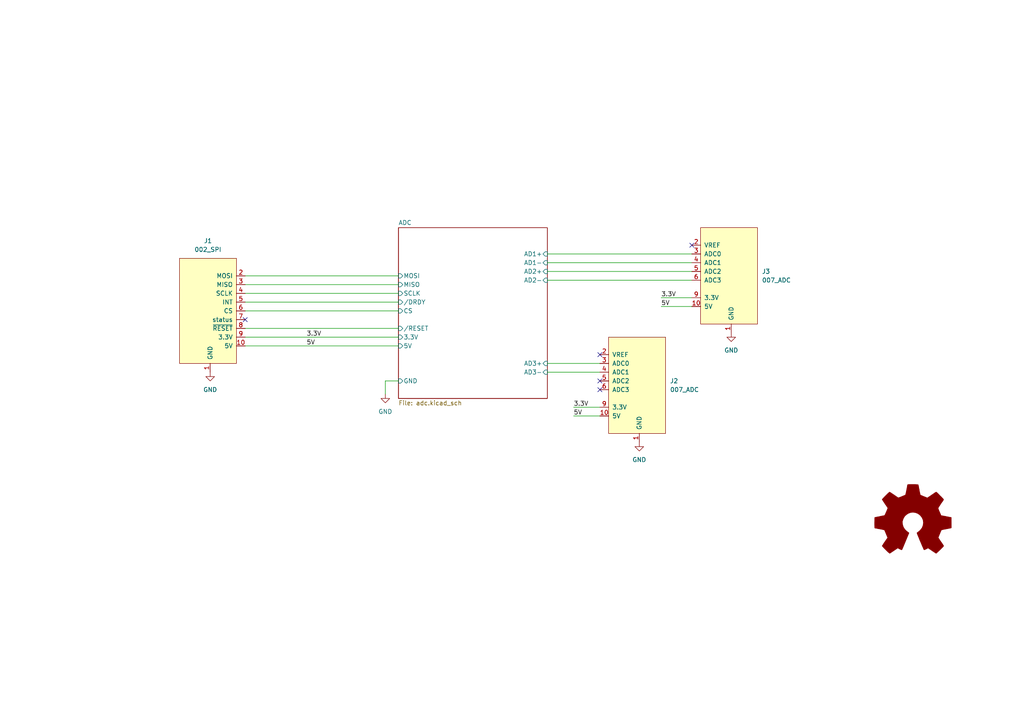
<source format=kicad_sch>
(kicad_sch (version 20211123) (generator eeschema)

  (uuid 29256b3d-9450-4c0a-a4d4-911f04b9c140)

  (paper "A4")

  (lib_symbols
    (symbol "Graphic:Logo_Open_Hardware_Large" (pin_names (offset 1.016)) (in_bom yes) (on_board yes)
      (property "Reference" "#LOGO" (id 0) (at 0 12.7 0)
        (effects (font (size 1.27 1.27)) hide)
      )
      (property "Value" "Logo_Open_Hardware_Large" (id 1) (at 0 -10.16 0)
        (effects (font (size 1.27 1.27)) hide)
      )
      (property "Footprint" "" (id 2) (at 0 0 0)
        (effects (font (size 1.27 1.27)) hide)
      )
      (property "Datasheet" "~" (id 3) (at 0 0 0)
        (effects (font (size 1.27 1.27)) hide)
      )
      (property "ki_keywords" "Logo" (id 4) (at 0 0 0)
        (effects (font (size 1.27 1.27)) hide)
      )
      (property "ki_description" "Open Hardware logo, large" (id 5) (at 0 0 0)
        (effects (font (size 1.27 1.27)) hide)
      )
      (symbol "Logo_Open_Hardware_Large_1_1"
        (polyline
          (pts
            (xy 6.731 -8.7122)
            (xy 6.6294 -8.6614)
            (xy 6.35 -8.4836)
            (xy 5.9944 -8.255)
            (xy 5.5372 -7.9502)
            (xy 5.1054 -7.6454)
            (xy 4.7498 -7.4168)
            (xy 4.4958 -7.239)
            (xy 4.3942 -7.1882)
            (xy 4.318 -7.2136)
            (xy 4.1148 -7.3152)
            (xy 3.81 -7.4676)
            (xy 3.6322 -7.5692)
            (xy 3.3528 -7.6708)
            (xy 3.2258 -7.6962)
            (xy 3.2004 -7.6708)
            (xy 3.0988 -7.4676)
            (xy 2.9464 -7.0866)
            (xy 2.7178 -6.604)
            (xy 2.4892 -6.0452)
            (xy 2.2352 -5.4356)
            (xy 1.9558 -4.826)
            (xy 1.7272 -4.2164)
            (xy 1.4986 -3.683)
            (xy 1.3208 -3.2512)
            (xy 1.2192 -2.9464)
            (xy 1.1684 -2.8194)
            (xy 1.1938 -2.794)
            (xy 1.3208 -2.667)
            (xy 1.5748 -2.4892)
            (xy 2.0828 -2.0574)
            (xy 2.6162 -1.397)
            (xy 2.921 -0.6604)
            (xy 3.048 0.1524)
            (xy 2.9464 0.9144)
            (xy 2.6416 1.6256)
            (xy 2.1336 2.286)
            (xy 1.524 2.7686)
            (xy 0.8128 3.0734)
            (xy 0 3.175)
            (xy -0.762 3.0988)
            (xy -1.4986 2.794)
            (xy -2.159 2.286)
            (xy -2.4384 1.9812)
            (xy -2.8194 1.3208)
            (xy -3.048 0.6096)
            (xy -3.0734 0.4318)
            (xy -3.0226 -0.3556)
            (xy -2.794 -1.0922)
            (xy -2.3876 -1.7526)
            (xy -1.8288 -2.3114)
            (xy -1.7526 -2.3622)
            (xy -1.4732 -2.5654)
            (xy -1.2954 -2.6924)
            (xy -1.1684 -2.8194)
            (xy -2.159 -5.207)
            (xy -2.3114 -5.588)
            (xy -2.5908 -6.2484)
            (xy -2.8194 -6.8072)
            (xy -3.0226 -7.2644)
            (xy -3.1496 -7.5692)
            (xy -3.2258 -7.6708)
            (xy -3.2258 -7.6962)
            (xy -3.302 -7.6962)
            (xy -3.4798 -7.6454)
            (xy -3.8354 -7.4676)
            (xy -4.0386 -7.366)
            (xy -4.2926 -7.239)
            (xy -4.4196 -7.1882)
            (xy -4.5212 -7.239)
            (xy -4.7498 -7.3914)
            (xy -5.1054 -7.6454)
            (xy -5.5372 -7.9248)
            (xy -5.9436 -8.2042)
            (xy -6.3246 -8.4582)
            (xy -6.604 -8.636)
            (xy -6.731 -8.7122)
            (xy -6.7564 -8.7122)
            (xy -6.858 -8.636)
            (xy -7.0866 -8.4582)
            (xy -7.4168 -8.1534)
            (xy -7.874 -7.6962)
            (xy -7.9502 -7.62)
            (xy -8.3312 -7.239)
            (xy -8.636 -6.9088)
            (xy -8.8392 -6.6802)
            (xy -8.9154 -6.5786)
            (xy -8.9154 -6.5786)
            (xy -8.8392 -6.4516)
            (xy -8.6614 -6.1722)
            (xy -8.4328 -5.7912)
            (xy -8.128 -5.3594)
            (xy -7.3152 -4.191)
            (xy -7.7724 -3.0988)
            (xy -7.8994 -2.7686)
            (xy -8.0772 -2.3622)
            (xy -8.2042 -2.0828)
            (xy -8.255 -1.9558)
            (xy -8.382 -1.905)
            (xy -8.6614 -1.8542)
            (xy -9.0932 -1.7526)
            (xy -9.6266 -1.651)
            (xy -10.1092 -1.5748)
            (xy -10.541 -1.4732)
            (xy -10.8712 -1.4224)
            (xy -11.0236 -1.397)
            (xy -11.049 -1.3716)
            (xy -11.0744 -1.2954)
            (xy -11.0998 -1.143)
            (xy -11.0998 -0.889)
            (xy -11.1252 -0.4572)
            (xy -11.1252 0.1524)
            (xy -11.1252 0.2286)
            (xy -11.0998 0.8128)
            (xy -11.0998 1.27)
            (xy -11.0744 1.5494)
            (xy -11.0744 1.6764)
            (xy -11.0744 1.6764)
            (xy -10.922 1.7018)
            (xy -10.6172 1.778)
            (xy -10.16 1.8542)
            (xy -9.652 1.9558)
            (xy -9.6012 1.9812)
            (xy -9.0932 2.0828)
            (xy -8.636 2.159)
            (xy -8.3312 2.2352)
            (xy -8.2042 2.286)
            (xy -8.1788 2.3114)
            (xy -8.0772 2.5146)
            (xy -7.9248 2.8448)
            (xy -7.747 3.2512)
            (xy -7.5692 3.6576)
            (xy -7.4168 4.0386)
            (xy -7.3152 4.318)
            (xy -7.2898 4.445)
            (xy -7.2898 4.445)
            (xy -7.366 4.572)
            (xy -7.5438 4.826)
            (xy -7.7978 5.207)
            (xy -8.128 5.6642)
            (xy -8.128 5.6896)
            (xy -8.4328 6.1468)
            (xy -8.6868 6.5278)
            (xy -8.8392 6.7818)
            (xy -8.9154 6.9088)
            (xy -8.9154 6.9088)
            (xy -8.8138 7.0358)
            (xy -8.5852 7.2898)
            (xy -8.255 7.6454)
            (xy -7.874 8.0264)
            (xy -7.747 8.1534)
            (xy -7.3152 8.5852)
            (xy -7.0104 8.8646)
            (xy -6.8326 8.9916)
            (xy -6.731 9.0424)
            (xy -6.731 9.0424)
            (xy -6.604 8.9408)
            (xy -6.3246 8.763)
            (xy -5.9436 8.509)
            (xy -5.4864 8.2042)
            (xy -5.461 8.1788)
            (xy -5.0038 7.874)
            (xy -4.6482 7.62)
            (xy -4.3688 7.4422)
            (xy -4.2672 7.3914)
            (xy -4.2418 7.3914)
            (xy -4.064 7.4422)
            (xy -3.7338 7.5438)
            (xy -3.3528 7.6962)
            (xy -2.9464 7.874)
            (xy -2.5654 8.0264)
            (xy -2.286 8.1534)
            (xy -2.159 8.2296)
            (xy -2.159 8.2296)
            (xy -2.1082 8.382)
            (xy -2.032 8.7122)
            (xy -1.9304 9.1694)
            (xy -1.8288 9.7282)
            (xy -1.8034 9.8044)
            (xy -1.7018 10.3378)
            (xy -1.6256 10.7696)
            (xy -1.5748 11.0744)
            (xy -1.524 11.2014)
            (xy -1.4478 11.2268)
            (xy -1.1938 11.2522)
            (xy -0.8128 11.2522)
            (xy -0.3302 11.2522)
            (xy 0.1524 11.2522)
            (xy 0.6604 11.2522)
            (xy 1.0668 11.2268)
            (xy 1.3716 11.2014)
            (xy 1.4986 11.176)
            (xy 1.4986 11.176)
            (xy 1.5494 11.0236)
            (xy 1.6256 10.6934)
            (xy 1.7018 10.2108)
            (xy 1.8288 9.6774)
            (xy 1.8288 9.5758)
            (xy 1.9304 9.0424)
            (xy 2.032 8.6106)
            (xy 2.0828 8.3058)
            (xy 2.1336 8.2042)
            (xy 2.159 8.1788)
            (xy 2.3876 8.0772)
            (xy 2.7432 7.9248)
            (xy 3.175 7.747)
            (xy 4.191 7.3406)
            (xy 5.461 8.2042)
            (xy 5.5626 8.2804)
            (xy 6.0198 8.5852)
            (xy 6.3754 8.8392)
            (xy 6.6294 8.9916)
            (xy 6.7564 9.0424)
            (xy 6.7564 9.0424)
            (xy 6.8834 8.9408)
            (xy 7.1374 8.7122)
            (xy 7.4676 8.382)
            (xy 7.8486 7.9756)
            (xy 8.1534 7.6962)
            (xy 8.4836 7.3406)
            (xy 8.7122 7.112)
            (xy 8.8392 6.9596)
            (xy 8.8646 6.858)
            (xy 8.8646 6.8072)
            (xy 8.7884 6.6802)
            (xy 8.6106 6.4008)
            (xy 8.3312 6.0198)
            (xy 8.0264 5.588)
            (xy 7.7978 5.207)
            (xy 7.5184 4.8006)
            (xy 7.3406 4.4958)
            (xy 7.2898 4.3434)
            (xy 7.2898 4.2926)
            (xy 7.3914 4.0386)
            (xy 7.5184 3.683)
            (xy 7.7216 3.2258)
            (xy 8.1534 2.2352)
            (xy 8.7884 2.1082)
            (xy 9.1948 2.0574)
            (xy 9.7536 1.9304)
            (xy 10.2616 1.8288)
            (xy 11.0998 1.6764)
            (xy 11.1252 -1.3208)
            (xy 10.9982 -1.3716)
            (xy 10.8712 -1.397)
            (xy 10.5664 -1.4732)
            (xy 10.1346 -1.5494)
            (xy 9.6266 -1.651)
            (xy 9.1948 -1.7272)
            (xy 8.7376 -1.8288)
            (xy 8.4328 -1.8796)
            (xy 8.2804 -1.905)
            (xy 8.255 -1.9558)
            (xy 8.1534 -2.159)
            (xy 7.9756 -2.5146)
            (xy 7.8232 -2.921)
            (xy 7.6454 -3.3274)
            (xy 7.493 -3.7338)
            (xy 7.366 -4.0132)
            (xy 7.3406 -4.191)
            (xy 7.3914 -4.2926)
            (xy 7.5692 -4.5466)
            (xy 7.7978 -4.9276)
            (xy 8.1026 -5.3594)
            (xy 8.4074 -5.7912)
            (xy 8.6614 -6.1722)
            (xy 8.8138 -6.4262)
            (xy 8.89 -6.5532)
            (xy 8.8646 -6.6548)
            (xy 8.6868 -6.858)
            (xy 8.3566 -7.1882)
            (xy 7.874 -7.6708)
            (xy 7.7978 -7.747)
            (xy 7.3914 -8.128)
            (xy 7.0612 -8.4328)
            (xy 6.8326 -8.636)
            (xy 6.731 -8.7122)
          )
          (stroke (width 0) (type default) (color 0 0 0 0))
          (fill (type outline))
        )
      )
    )
    (symbol "power:GND" (power) (pin_names (offset 0)) (in_bom yes) (on_board yes)
      (property "Reference" "#PWR" (id 0) (at 0 -6.35 0)
        (effects (font (size 1.27 1.27)) hide)
      )
      (property "Value" "GND" (id 1) (at 0 -3.81 0)
        (effects (font (size 1.27 1.27)))
      )
      (property "Footprint" "" (id 2) (at 0 0 0)
        (effects (font (size 1.27 1.27)) hide)
      )
      (property "Datasheet" "" (id 3) (at 0 0 0)
        (effects (font (size 1.27 1.27)) hide)
      )
      (property "ki_keywords" "power-flag" (id 4) (at 0 0 0)
        (effects (font (size 1.27 1.27)) hide)
      )
      (property "ki_description" "Power symbol creates a global label with name \"GND\" , ground" (id 5) (at 0 0 0)
        (effects (font (size 1.27 1.27)) hide)
      )
      (symbol "GND_0_1"
        (polyline
          (pts
            (xy 0 0)
            (xy 0 -1.27)
            (xy 1.27 -1.27)
            (xy 0 -2.54)
            (xy -1.27 -1.27)
            (xy 0 -1.27)
          )
          (stroke (width 0) (type default) (color 0 0 0 0))
          (fill (type none))
        )
      )
      (symbol "GND_1_1"
        (pin power_in line (at 0 0 270) (length 0) hide
          (name "GND" (effects (font (size 1.27 1.27))))
          (number "1" (effects (font (size 1.27 1.27))))
        )
      )
    )
    (symbol "put_on_edge:002_SPI" (pin_names (offset 1.016)) (in_bom yes) (on_board yes)
      (property "Reference" "J" (id 0) (at -1.27 13.97 0)
        (effects (font (size 1.27 1.27)))
      )
      (property "Value" "002_SPI" (id 1) (at 10.16 13.97 0)
        (effects (font (size 1.27 1.27)))
      )
      (property "Footprint" "" (id 2) (at 8.89 16.51 0)
        (effects (font (size 1.27 1.27)) hide)
      )
      (property "Datasheet" "" (id 3) (at 8.89 16.51 0)
        (effects (font (size 1.27 1.27)) hide)
      )
      (symbol "002_SPI_0_1"
        (rectangle (start -7.62 12.7) (end 8.89 -17.78)
          (stroke (width 0) (type default) (color 0 0 0 0))
          (fill (type background))
        )
      )
      (symbol "002_SPI_1_1"
        (pin power_in line (at 0 -20.32 90) (length 2.54)
          (name "GND" (effects (font (size 1.27 1.27))))
          (number "1" (effects (font (size 1.27 1.27))))
        )
        (pin power_in line (at -10.16 -12.7 0) (length 2.54)
          (name "5V" (effects (font (size 1.27 1.27))))
          (number "10" (effects (font (size 1.27 1.27))))
        )
        (pin bidirectional line (at -10.16 7.62 0) (length 2.54)
          (name "MOSI" (effects (font (size 1.27 1.27))))
          (number "2" (effects (font (size 1.27 1.27))))
        )
        (pin bidirectional line (at -10.16 5.08 0) (length 2.54)
          (name "MISO" (effects (font (size 1.27 1.27))))
          (number "3" (effects (font (size 1.27 1.27))))
        )
        (pin bidirectional line (at -10.16 2.54 0) (length 2.54)
          (name "SCLK" (effects (font (size 1.27 1.27))))
          (number "4" (effects (font (size 1.27 1.27))))
        )
        (pin bidirectional line (at -10.16 0 0) (length 2.54)
          (name "INT" (effects (font (size 1.27 1.27))))
          (number "5" (effects (font (size 1.27 1.27))))
        )
        (pin bidirectional line (at -10.16 -2.54 0) (length 2.54)
          (name "CS" (effects (font (size 1.27 1.27))))
          (number "6" (effects (font (size 1.27 1.27))))
        )
        (pin bidirectional line (at -10.16 -5.08 0) (length 2.54)
          (name "status" (effects (font (size 1.27 1.27))))
          (number "7" (effects (font (size 1.27 1.27))))
        )
        (pin bidirectional line (at -10.16 -7.62 0) (length 2.54)
          (name "~{RESET}" (effects (font (size 1.27 1.27))))
          (number "8" (effects (font (size 1.27 1.27))))
        )
        (pin power_in line (at -10.16 -10.16 0) (length 2.54)
          (name "3.3V" (effects (font (size 1.27 1.27))))
          (number "9" (effects (font (size 1.27 1.27))))
        )
      )
    )
    (symbol "put_on_edge:007_ADC" (pin_names (offset 1.016)) (in_bom yes) (on_board yes)
      (property "Reference" "J" (id 0) (at -2.54 13.97 0)
        (effects (font (size 1.27 1.27)))
      )
      (property "Value" "007_ADC" (id 1) (at 8.89 13.97 0)
        (effects (font (size 1.27 1.27)))
      )
      (property "Footprint" "" (id 2) (at 7.62 16.51 0)
        (effects (font (size 1.27 1.27)) hide)
      )
      (property "Datasheet" "" (id 3) (at 7.62 16.51 0)
        (effects (font (size 1.27 1.27)) hide)
      )
      (symbol "007_ADC_0_1"
        (rectangle (start -8.89 12.7) (end 7.62 -15.24)
          (stroke (width 0) (type default) (color 0 0 0 0))
          (fill (type background))
        )
      )
      (symbol "007_ADC_1_1"
        (pin power_in line (at 0 -17.78 90) (length 2.54)
          (name "GND" (effects (font (size 1.27 1.27))))
          (number "1" (effects (font (size 1.27 1.27))))
        )
        (pin bidirectional line (at -11.43 -10.16 0) (length 2.54)
          (name "5V" (effects (font (size 1.27 1.27))))
          (number "10" (effects (font (size 1.27 1.27))))
        )
        (pin bidirectional line (at -11.43 7.62 0) (length 2.54)
          (name "VREF" (effects (font (size 1.27 1.27))))
          (number "2" (effects (font (size 1.27 1.27))))
        )
        (pin power_in line (at -11.43 5.08 0) (length 2.54)
          (name "ADC0" (effects (font (size 1.27 1.27))))
          (number "3" (effects (font (size 1.27 1.27))))
        )
        (pin bidirectional line (at -11.43 2.54 0) (length 2.54)
          (name "ADC1" (effects (font (size 1.27 1.27))))
          (number "4" (effects (font (size 1.27 1.27))))
        )
        (pin bidirectional line (at -11.43 0 0) (length 2.54)
          (name "ADC2" (effects (font (size 1.27 1.27))))
          (number "5" (effects (font (size 1.27 1.27))))
        )
        (pin bidirectional line (at -11.43 -2.54 0) (length 2.54)
          (name "ADC3" (effects (font (size 1.27 1.27))))
          (number "6" (effects (font (size 1.27 1.27))))
        )
        (pin bidirectional line (at -11.43 -7.62 0) (length 2.54)
          (name "3.3V" (effects (font (size 1.27 1.27))))
          (number "9" (effects (font (size 1.27 1.27))))
        )
      )
    )
  )


  (no_connect (at 173.99 113.03) (uuid 064853d1-fee5-4dc2-a187-8cbdd26d3919))
  (no_connect (at 200.66 71.12) (uuid 094313da-aa8f-4487-b40c-7729849f8a14))
  (no_connect (at 71.12 92.71) (uuid 279bfd46-5d22-4d47-b3be-2961e3d53603))
  (no_connect (at 173.99 110.49) (uuid 9ba85d0a-e58f-45a8-9d86-ad6c976003b7))
  (no_connect (at 173.99 102.87) (uuid f482b973-30dc-4603-8e51-3dffc486b44c))

  (wire (pts (xy 71.12 85.09) (xy 115.57 85.09))
    (stroke (width 0) (type default) (color 0 0 0 0))
    (uuid 03d5a1ab-0c6b-4c80-a24b-6716d6849030)
  )
  (wire (pts (xy 71.12 87.63) (xy 115.57 87.63))
    (stroke (width 0) (type default) (color 0 0 0 0))
    (uuid 065fdce8-8d07-4d0e-b847-e881af6d2176)
  )
  (wire (pts (xy 71.12 82.55) (xy 115.57 82.55))
    (stroke (width 0) (type default) (color 0 0 0 0))
    (uuid 08ebb44e-a2a8-4f47-9501-08bdcc738e2a)
  )
  (wire (pts (xy 158.75 76.2) (xy 200.66 76.2))
    (stroke (width 0) (type default) (color 0 0 0 0))
    (uuid 0a9d2a8b-9da0-4656-832f-71744b12d8b1)
  )
  (wire (pts (xy 71.12 95.25) (xy 115.57 95.25))
    (stroke (width 0) (type default) (color 0 0 0 0))
    (uuid 0c58d281-0d9a-4ee3-bf5f-40762dddda08)
  )
  (wire (pts (xy 111.76 110.49) (xy 115.57 110.49))
    (stroke (width 0) (type default) (color 0 0 0 0))
    (uuid 18b95a17-9363-42df-b018-2efb7cce5c40)
  )
  (wire (pts (xy 111.76 114.3) (xy 111.76 110.49))
    (stroke (width 0) (type default) (color 0 0 0 0))
    (uuid 2442a14a-b572-4c06-81cb-d81f6834a1ac)
  )
  (wire (pts (xy 71.12 90.17) (xy 115.57 90.17))
    (stroke (width 0) (type default) (color 0 0 0 0))
    (uuid 42802caa-57e0-4058-820e-933cf0c1e154)
  )
  (wire (pts (xy 158.75 78.74) (xy 200.66 78.74))
    (stroke (width 0) (type default) (color 0 0 0 0))
    (uuid 4f0a86ce-8c00-4ebf-b727-db72e69e9f4b)
  )
  (wire (pts (xy 158.75 81.28) (xy 200.66 81.28))
    (stroke (width 0) (type default) (color 0 0 0 0))
    (uuid 5b1b6977-2e73-471a-9413-c1b992baa5bd)
  )
  (wire (pts (xy 71.12 97.79) (xy 115.57 97.79))
    (stroke (width 0) (type default) (color 0 0 0 0))
    (uuid 6b49047d-721a-4c9d-b338-11666ed868dd)
  )
  (wire (pts (xy 191.77 86.36) (xy 200.66 86.36))
    (stroke (width 0) (type default) (color 0 0 0 0))
    (uuid 769ef014-c0df-4fc0-9f9b-74c6ad95c014)
  )
  (wire (pts (xy 158.75 73.66) (xy 200.66 73.66))
    (stroke (width 0) (type default) (color 0 0 0 0))
    (uuid 7ab4bc7a-efb1-4020-b2b2-7143d8fa50e9)
  )
  (wire (pts (xy 191.77 88.9) (xy 200.66 88.9))
    (stroke (width 0) (type default) (color 0 0 0 0))
    (uuid 81d71936-0063-4a1b-b72d-ff0256949488)
  )
  (wire (pts (xy 71.12 80.01) (xy 115.57 80.01))
    (stroke (width 0) (type default) (color 0 0 0 0))
    (uuid 9cafc31e-dffd-4e45-b13e-d3a906b7e155)
  )
  (wire (pts (xy 166.37 120.65) (xy 173.99 120.65))
    (stroke (width 0) (type default) (color 0 0 0 0))
    (uuid b2fee20b-feef-4dd7-94f2-bf7e47380dba)
  )
  (wire (pts (xy 166.37 118.11) (xy 173.99 118.11))
    (stroke (width 0) (type default) (color 0 0 0 0))
    (uuid d81ab6ea-8c3b-4125-a187-d61e6ebd5747)
  )
  (wire (pts (xy 158.75 107.95) (xy 173.99 107.95))
    (stroke (width 0) (type default) (color 0 0 0 0))
    (uuid fa9823fa-a515-4998-aa0d-8b89b09a39c5)
  )
  (wire (pts (xy 158.75 105.41) (xy 173.99 105.41))
    (stroke (width 0) (type default) (color 0 0 0 0))
    (uuid fb7a0727-1084-4533-a0c6-120a5aa521ce)
  )
  (wire (pts (xy 71.12 100.33) (xy 115.57 100.33))
    (stroke (width 0) (type default) (color 0 0 0 0))
    (uuid ff79dab9-b01e-4ad7-b15c-36b40e0fd1d6)
  )

  (label "3.3V" (at 166.37 118.11 0)
    (effects (font (size 1.27 1.27)) (justify left bottom))
    (uuid 10591f02-6fd1-4a7e-93d7-d27945dd6089)
  )
  (label "3.3V" (at 88.9 97.79 0)
    (effects (font (size 1.27 1.27)) (justify left bottom))
    (uuid 1f553a7e-60df-4c15-98fb-919dbdd22556)
  )
  (label "5V" (at 88.9 100.33 0)
    (effects (font (size 1.27 1.27)) (justify left bottom))
    (uuid 4686cfa3-de45-4481-910e-3775b1611350)
  )
  (label "5V" (at 166.37 120.65 0)
    (effects (font (size 1.27 1.27)) (justify left bottom))
    (uuid 50a42dc6-a155-45b3-9b5d-bf57dddb0050)
  )
  (label "5V" (at 191.77 88.9 0)
    (effects (font (size 1.27 1.27)) (justify left bottom))
    (uuid 947c731f-2ffa-42b5-9e82-f0272392fc94)
  )
  (label "3.3V" (at 191.77 86.36 0)
    (effects (font (size 1.27 1.27)) (justify left bottom))
    (uuid 96c93e19-7daf-412e-a12b-623f9d6e1806)
  )

  (symbol (lib_id "Graphic:Logo_Open_Hardware_Large") (at 264.795 151.765 0) (unit 1)
    (in_bom yes) (on_board yes)
    (uuid 00000000-0000-0000-0000-000060bd71e9)
    (property "Reference" "l1" (id 0) (at 264.795 139.065 0)
      (effects (font (size 1.27 1.27)) hide)
    )
    (property "Value" "Logo_Open_Hardware_Larg" (id 1) (at 264.795 161.925 0)
      (effects (font (size 1.27 1.27)) hide)
    )
    (property "Footprint" "Symbol:OSHW-Logo2_7.3x6mm_SilkScreen" (id 2) (at 264.795 151.765 0)
      (effects (font (size 1.27 1.27)) hide)
    )
    (property "Datasheet" "~" (id 3) (at 264.795 151.765 0)
      (effects (font (size 1.27 1.27)) hide)
    )
  )

  (symbol (lib_id "power:GND") (at 185.42 128.27 0) (unit 1)
    (in_bom yes) (on_board yes) (fields_autoplaced)
    (uuid 5cb2a7be-0918-44de-bd77-1c4f94e2d741)
    (property "Reference" "#PWR0101" (id 0) (at 185.42 134.62 0)
      (effects (font (size 1.27 1.27)) hide)
    )
    (property "Value" "GND" (id 1) (at 185.42 133.35 0))
    (property "Footprint" "" (id 2) (at 185.42 128.27 0)
      (effects (font (size 1.27 1.27)) hide)
    )
    (property "Datasheet" "" (id 3) (at 185.42 128.27 0)
      (effects (font (size 1.27 1.27)) hide)
    )
    (pin "1" (uuid 0b2bea23-c2ac-4b6f-90a2-0bb2931ceac3))
  )

  (symbol (lib_id "power:GND") (at 212.09 96.52 0) (unit 1)
    (in_bom yes) (on_board yes) (fields_autoplaced)
    (uuid 7ee29151-3481-46cb-bb11-634cca2d0072)
    (property "Reference" "#PWR0104" (id 0) (at 212.09 102.87 0)
      (effects (font (size 1.27 1.27)) hide)
    )
    (property "Value" "GND" (id 1) (at 212.09 101.6 0))
    (property "Footprint" "" (id 2) (at 212.09 96.52 0)
      (effects (font (size 1.27 1.27)) hide)
    )
    (property "Datasheet" "" (id 3) (at 212.09 96.52 0)
      (effects (font (size 1.27 1.27)) hide)
    )
    (pin "1" (uuid 1b237b9f-6604-4b88-b88b-9b02ea5e90a8))
  )

  (symbol (lib_id "power:GND") (at 60.96 107.95 0) (unit 1)
    (in_bom yes) (on_board yes) (fields_autoplaced)
    (uuid 8063cd96-e7bc-4ffa-94da-51794da2d2d7)
    (property "Reference" "#PWR0102" (id 0) (at 60.96 114.3 0)
      (effects (font (size 1.27 1.27)) hide)
    )
    (property "Value" "GND" (id 1) (at 60.96 113.03 0))
    (property "Footprint" "" (id 2) (at 60.96 107.95 0)
      (effects (font (size 1.27 1.27)) hide)
    )
    (property "Datasheet" "" (id 3) (at 60.96 107.95 0)
      (effects (font (size 1.27 1.27)) hide)
    )
    (pin "1" (uuid 4f8e3b65-9849-4ff3-b5b6-86f936c7a354))
  )

  (symbol (lib_id "put_on_edge:002_SPI") (at 60.96 87.63 0) (mirror y) (unit 1)
    (in_bom yes) (on_board yes) (fields_autoplaced)
    (uuid aff58ab2-469a-4812-b652-5c3f4c39b206)
    (property "Reference" "J1" (id 0) (at 60.325 69.85 0))
    (property "Value" "002_SPI" (id 1) (at 60.325 72.39 0))
    (property "Footprint" "on_edge:on_edge_2x05_device" (id 2) (at 52.07 71.12 0)
      (effects (font (size 1.27 1.27)) hide)
    )
    (property "Datasheet" "" (id 3) (at 52.07 71.12 0)
      (effects (font (size 1.27 1.27)) hide)
    )
    (pin "1" (uuid b63bd667-f2d9-44ef-91c8-0a8a156c214f))
    (pin "10" (uuid be1ea428-d74e-4125-8596-38f82be06487))
    (pin "2" (uuid 66a7c890-ac40-4f36-85c1-502128bd5c2d))
    (pin "3" (uuid d0b2ef87-fb55-49de-8104-c83c37eb45ce))
    (pin "4" (uuid 73772adc-97ef-4c2a-96e3-7debb2e7ad38))
    (pin "5" (uuid 6615c595-191c-4fe5-b7e9-4a579d552656))
    (pin "6" (uuid 668b82fe-b542-4bd0-b2a5-5dae0ac43510))
    (pin "7" (uuid 54a3c92d-a091-405f-b445-603c0f2e1fb3))
    (pin "8" (uuid 677f84bc-8f99-4d53-ae54-328e7b493deb))
    (pin "9" (uuid 4af2240a-5a5d-48d2-a9b4-a18e1ae31a7e))
  )

  (symbol (lib_id "put_on_edge:007_ADC") (at 212.09 78.74 0) (unit 1)
    (in_bom yes) (on_board yes) (fields_autoplaced)
    (uuid b5e5b167-3d99-4f0e-9f36-2ede60d39a91)
    (property "Reference" "J3" (id 0) (at 220.98 78.7399 0)
      (effects (font (size 1.27 1.27)) (justify left))
    )
    (property "Value" "007_ADC" (id 1) (at 220.98 81.2799 0)
      (effects (font (size 1.27 1.27)) (justify left))
    )
    (property "Footprint" "on_edge:on_edge_2x05_host" (id 2) (at 219.71 62.23 0)
      (effects (font (size 1.27 1.27)) hide)
    )
    (property "Datasheet" "" (id 3) (at 219.71 62.23 0)
      (effects (font (size 1.27 1.27)) hide)
    )
    (pin "1" (uuid b99df353-3559-4117-bd59-cd384a0842d4))
    (pin "10" (uuid e0082aeb-0ea7-4f92-8b47-b8fdbda78e30))
    (pin "2" (uuid 7810dd16-a440-4143-bb6d-a5bb20b933e5))
    (pin "3" (uuid 6560d903-6241-400c-812f-95b1893511fb))
    (pin "4" (uuid 13e0411e-6b3e-4cd8-90e6-84a6731b3e0b))
    (pin "5" (uuid 60b4666f-0652-41a9-9b5e-28d1bc9f537c))
    (pin "6" (uuid 5b058a41-674f-49a7-b19c-9da36859069e))
    (pin "9" (uuid 829a1a2c-6cd2-4dad-8bba-91d48a4a5290))
  )

  (symbol (lib_id "put_on_edge:007_ADC") (at 185.42 110.49 0) (unit 1)
    (in_bom yes) (on_board yes) (fields_autoplaced)
    (uuid c99aa52f-7174-457b-b840-d885f32a5f44)
    (property "Reference" "J2" (id 0) (at 194.31 110.4899 0)
      (effects (font (size 1.27 1.27)) (justify left))
    )
    (property "Value" "007_ADC" (id 1) (at 194.31 113.0299 0)
      (effects (font (size 1.27 1.27)) (justify left))
    )
    (property "Footprint" "on_edge:on_edge_2x05_host" (id 2) (at 193.04 93.98 0)
      (effects (font (size 1.27 1.27)) hide)
    )
    (property "Datasheet" "" (id 3) (at 193.04 93.98 0)
      (effects (font (size 1.27 1.27)) hide)
    )
    (pin "1" (uuid c2a25620-e49b-428d-9a50-0bd043378347))
    (pin "10" (uuid 380ae4a1-bf7c-40ff-90c3-5b8d87e96d22))
    (pin "2" (uuid 9ccb1682-7094-4616-914b-d1a07daa4e03))
    (pin "3" (uuid 4303a7b6-ce14-4921-adc9-424d40843ce9))
    (pin "4" (uuid b6b7a3b0-f790-4c8b-a4bd-b2210c2e0d73))
    (pin "5" (uuid ac6cde73-228f-433c-aa93-2cc944d1793b))
    (pin "6" (uuid 4ef9ee7b-d61d-4c5f-a6ee-27ba412b8cbe))
    (pin "9" (uuid 19eb630f-8603-48d0-b2b3-c0f7a18c39ad))
  )

  (symbol (lib_id "power:GND") (at 111.76 114.3 0) (unit 1)
    (in_bom yes) (on_board yes) (fields_autoplaced)
    (uuid d44b9360-be7e-4110-80c9-24fa0d2bb01a)
    (property "Reference" "#PWR0103" (id 0) (at 111.76 120.65 0)
      (effects (font (size 1.27 1.27)) hide)
    )
    (property "Value" "GND" (id 1) (at 111.76 119.38 0))
    (property "Footprint" "" (id 2) (at 111.76 114.3 0)
      (effects (font (size 1.27 1.27)) hide)
    )
    (property "Datasheet" "" (id 3) (at 111.76 114.3 0)
      (effects (font (size 1.27 1.27)) hide)
    )
    (pin "1" (uuid 1073b404-73b2-4798-9344-6466a10cc593))
  )

  (sheet (at 115.57 66.04) (size 43.18 49.53) (fields_autoplaced)
    (stroke (width 0.1524) (type solid) (color 0 0 0 0))
    (fill (color 0 0 0 0.0000))
    (uuid f5353591-704c-4807-a94a-1731cc459740)
    (property "Sheet name" "ADC" (id 0) (at 115.57 65.3284 0)
      (effects (font (size 1.27 1.27)) (justify left bottom))
    )
    (property "Sheet file" "adc.kicad_sch" (id 1) (at 115.57 116.1546 0)
      (effects (font (size 1.27 1.27)) (justify left top))
    )
    (pin "5V" input (at 115.57 100.33 180)
      (effects (font (size 1.27 1.27)) (justify left))
      (uuid 9cb7eedb-25e9-4160-a752-593d5f2c94d3)
    )
    (pin "3.3V" input (at 115.57 97.79 180)
      (effects (font (size 1.27 1.27)) (justify left))
      (uuid b27c2418-3ecd-4c05-aeb9-8bd667bba9b1)
    )
    (pin "AD1+" input (at 158.75 73.66 0)
      (effects (font (size 1.27 1.27)) (justify right))
      (uuid 5ee18d55-4a17-46fb-83e6-8f5853f46f35)
    )
    (pin "AD1-" input (at 158.75 76.2 0)
      (effects (font (size 1.27 1.27)) (justify right))
      (uuid d102ef10-f735-4cc4-95cf-9e5c966ad30b)
    )
    (pin "AD2+" input (at 158.75 78.74 0)
      (effects (font (size 1.27 1.27)) (justify right))
      (uuid ce9afea3-6ee8-4a68-b386-23cbd0b1f7a0)
    )
    (pin "GND" input (at 115.57 110.49 180)
      (effects (font (size 1.27 1.27)) (justify left))
      (uuid 96f88900-5b2f-436a-84e1-19f7a9076c8c)
    )
    (pin "AD2-" input (at 158.75 81.28 0)
      (effects (font (size 1.27 1.27)) (justify right))
      (uuid 7cf272b2-e81f-4213-a965-afcb1067853b)
    )
    (pin "AD3+" input (at 158.75 105.41 0)
      (effects (font (size 1.27 1.27)) (justify right))
      (uuid cff5765f-bf76-40f6-b6db-9a9974e2c865)
    )
    (pin "AD3-" input (at 158.75 107.95 0)
      (effects (font (size 1.27 1.27)) (justify right))
      (uuid bb3f6bfa-b58b-46e2-930a-8423865be8d5)
    )
    (pin "CS" input (at 115.57 90.17 180)
      (effects (font (size 1.27 1.27)) (justify left))
      (uuid 91159282-e522-4e75-8054-d8a63ff9f126)
    )
    (pin "SCLK" input (at 115.57 85.09 180)
      (effects (font (size 1.27 1.27)) (justify left))
      (uuid 315af6d3-2eeb-4650-b799-43eb602de6a3)
    )
    (pin "MISO" input (at 115.57 82.55 180)
      (effects (font (size 1.27 1.27)) (justify left))
      (uuid 725dd740-6b38-4739-b5e1-5d78af4abb23)
    )
    (pin "MOSI" input (at 115.57 80.01 180)
      (effects (font (size 1.27 1.27)) (justify left))
      (uuid bb6d814f-2ff4-4273-b6d2-618afba67d03)
    )
    (pin "{slash}DRDY" input (at 115.57 87.63 180)
      (effects (font (size 1.27 1.27)) (justify left))
      (uuid bbb9ee83-0991-4d36-8531-3df2bfc0b089)
    )
    (pin "{slash}RESET" input (at 115.57 95.25 180)
      (effects (font (size 1.27 1.27)) (justify left))
      (uuid 9acef439-79c2-4e40-87a1-f5961c93dc67)
    )
  )

  (sheet_instances
    (path "/" (page "1"))
    (path "/f5353591-704c-4807-a94a-1731cc459740" (page "2"))
  )

  (symbol_instances
    (path "/5cb2a7be-0918-44de-bd77-1c4f94e2d741"
      (reference "#PWR0101") (unit 1) (value "GND") (footprint "")
    )
    (path "/8063cd96-e7bc-4ffa-94da-51794da2d2d7"
      (reference "#PWR0102") (unit 1) (value "GND") (footprint "")
    )
    (path "/d44b9360-be7e-4110-80c9-24fa0d2bb01a"
      (reference "#PWR0103") (unit 1) (value "GND") (footprint "")
    )
    (path "/7ee29151-3481-46cb-bb11-634cca2d0072"
      (reference "#PWR0104") (unit 1) (value "GND") (footprint "")
    )
    (path "/f5353591-704c-4807-a94a-1731cc459740/ea200e7e-f40d-4f87-8e32-3fc38d11f0ac"
      (reference "C1") (unit 1) (value "100nF") (footprint "Capacitor_SMD:C_0603_1608Metric")
    )
    (path "/f5353591-704c-4807-a94a-1731cc459740/6d3cbc8f-888f-4e0b-8988-28779a2cfc11"
      (reference "C2") (unit 1) (value "220nF") (footprint "Capacitor_SMD:C_0603_1608Metric")
    )
    (path "/f5353591-704c-4807-a94a-1731cc459740/5dbe3973-bc84-4f5e-af85-f3caa0957bfa"
      (reference "C3") (unit 1) (value "100nF") (footprint "Capacitor_SMD:C_0603_1608Metric")
    )
    (path "/f5353591-704c-4807-a94a-1731cc459740/30ff46ab-4c40-4f49-8692-5badb51bf396"
      (reference "C4") (unit 1) (value "100nF") (footprint "Capacitor_SMD:C_0603_1608Metric")
    )
    (path "/aff58ab2-469a-4812-b652-5c3f4c39b206"
      (reference "J1") (unit 1) (value "002_SPI") (footprint "on_edge:on_edge_2x05_device")
    )
    (path "/c99aa52f-7174-457b-b840-d885f32a5f44"
      (reference "J2") (unit 1) (value "007_ADC") (footprint "on_edge:on_edge_2x05_host")
    )
    (path "/b5e5b167-3d99-4f0e-9f36-2ede60d39a91"
      (reference "J3") (unit 1) (value "007_ADC") (footprint "on_edge:on_edge_2x05_host")
    )
    (path "/f5353591-704c-4807-a94a-1731cc459740/9eabcbb3-bbe2-493a-ad8d-18415bdad638"
      (reference "U1") (unit 1) (value "ADS131M03") (footprint "Package_DFN_QFN:WQFN-20-1EP_3x3mm_P0.4mm_EP1.7x1.7mm")
    )
    (path "/f5353591-704c-4807-a94a-1731cc459740/2d99e0f5-7164-4e13-8374-22febae45820"
      (reference "X1") (unit 1) (value "8MhZ") (footprint "Oscillator:Oscillator_SMD_EuroQuartz_XO32-4Pin_3.2x2.5mm")
    )
    (path "/00000000-0000-0000-0000-000060bd71e9"
      (reference "l1") (unit 1) (value "Logo_Open_Hardware_Larg") (footprint "Symbol:OSHW-Logo2_7.3x6mm_SilkScreen")
    )
  )
)

</source>
